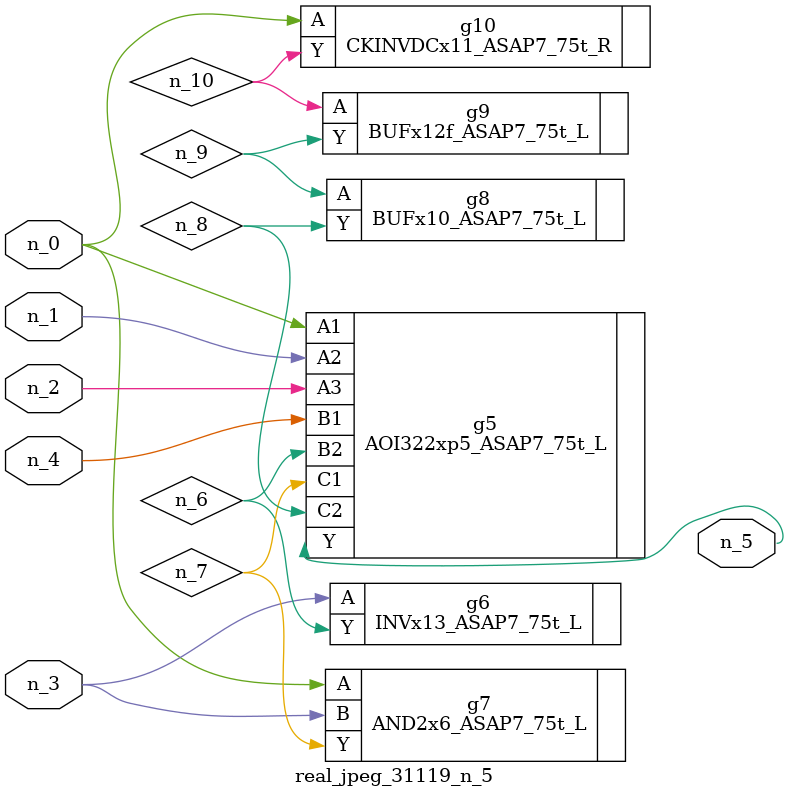
<source format=v>
module real_jpeg_31119_n_5 (n_4, n_0, n_1, n_2, n_3, n_5);

input n_4;
input n_0;
input n_1;
input n_2;
input n_3;

output n_5;

wire n_8;
wire n_6;
wire n_7;
wire n_10;
wire n_9;

AOI322xp5_ASAP7_75t_L g5 ( 
.A1(n_0),
.A2(n_1),
.A3(n_2),
.B1(n_4),
.B2(n_6),
.C1(n_7),
.C2(n_8),
.Y(n_5)
);

AND2x6_ASAP7_75t_L g7 ( 
.A(n_0),
.B(n_3),
.Y(n_7)
);

CKINVDCx11_ASAP7_75t_R g10 ( 
.A(n_0),
.Y(n_10)
);

INVx13_ASAP7_75t_L g6 ( 
.A(n_3),
.Y(n_6)
);

BUFx10_ASAP7_75t_L g8 ( 
.A(n_9),
.Y(n_8)
);

BUFx12f_ASAP7_75t_L g9 ( 
.A(n_10),
.Y(n_9)
);


endmodule
</source>
